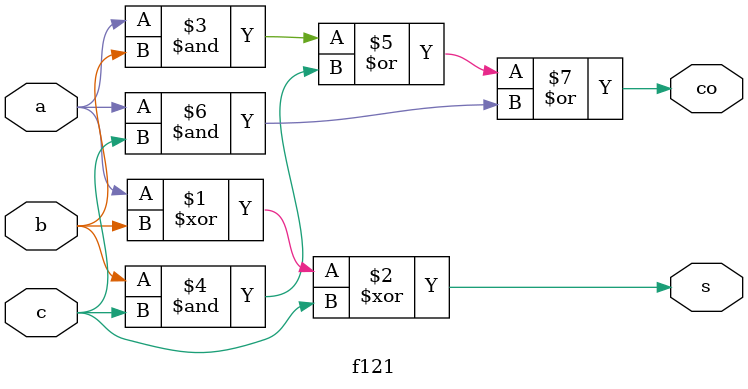
<source format=v>
module f121(
    input a,
    input b,
    input c,
    output s,
    output co
    );

/*wire w1,w2,w3;
xor(w1,a,b);
xor(s,w1,c);
and(w2,c,w1);
and(w3,a,b);
or(co,w2,w3);*/

assign s=a^b^c;
assign co=(a&b)|(b&c)|(a&c);

endmodule

</source>
